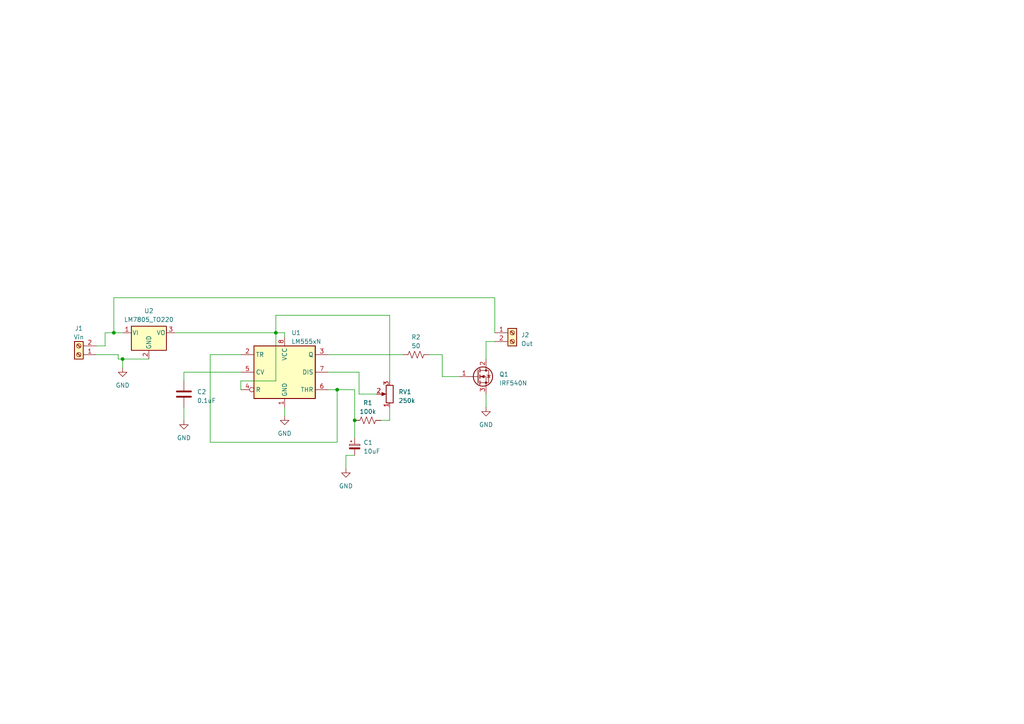
<source format=kicad_sch>
(kicad_sch (version 20230121) (generator eeschema)
  (paper "A4")
  (lib_symbols
    (symbol "Connector:Screw_Terminal_01x02" (pin_names (offset 1.016) hide)
      (property "Reference" "J" (at 0 2.54 0))
      (property "Value" "Screw_Terminal_01x02" (at 0 -5.08 0))
      (symbol "Screw_Terminal_01x02_1_1"
        (rectangle (start -1.27 1.27) (end 1.27 -3.81) (stroke (width 0.254)) (fill (type background)))
        (circle (center 0 -2.54) (radius 0.635) (stroke (width 0.1524)))
        (polyline (pts (xy -0.5334 -2.2098) (xy 0.3302 -3.048)) (stroke (width 0.1524)))
        (polyline (pts (xy -0.5334 0.3302) (xy 0.3302 -0.508)) (stroke (width 0.1524)))
        (polyline (pts (xy -0.3556 -2.032) (xy 0.508 -2.8702)) (stroke (width 0.1524)))
        (polyline (pts (xy -0.3556 0.508) (xy 0.508 -0.3302)) (stroke (width 0.1524)))
        (circle (center 0 0) (radius 0.635) (stroke (width 0.1524)))
        (pin passive line (at -5.08 0 0) (length 3.81) (name "Pin_1") (number "1"))
        (pin passive line (at -5.08 -2.54 0) (length 3.81) (name "Pin_2") (number "2"))
      )
    )
    (symbol "Device:C" (pin_numbers hide) (pin_names (offset 0.254))
      (property "Reference" "C" (at 0.635 2.54 0))
      (property "Value" "C" (at 0.635 -2.54 0))
      (symbol "C_0_1"
        (polyline (pts (xy -2.032 -0.762) (xy 2.032 -0.762)) (stroke (width 0.508)))
        (polyline (pts (xy -2.032 0.762) (xy 2.032 0.762)) (stroke (width 0.508)))
      )
      (symbol "C_1_1"
        (pin passive line (at 0 3.81 270) (length 2.794) (name "~") (number "1"))
        (pin passive line (at 0 -3.81 90) (length 2.794) (name "~") (number "2"))
      )
    )
    (symbol "Device:C_Polarized_Small" (pin_numbers hide) (pin_names (offset 0.254) hide)
      (property "Reference" "C" (at 0.254 1.778 0))
      (property "Value" "C_Polarized_Small" (at 0.254 -2.032 0))
      (symbol "C_Polarized_Small_0_1"
        (rectangle (start -1.524 -0.3048) (end 1.524 -0.6858) (fill (type outline)))
        (rectangle (start -1.524 0.6858) (end 1.524 0.3048))
        (polyline (pts (xy -1.27 1.524) (xy -0.762 1.524)))
        (polyline (pts (xy -1.016 1.27) (xy -1.016 1.778)))
      )
      (symbol "C_Polarized_Small_1_1"
        (pin passive line (at 0 2.54 270) (length 1.8542) (name "~") (number "1"))
        (pin passive line (at 0 -2.54 90) (length 1.8542) (name "~") (number "2"))
      )
    )
    (symbol "Device:R_Potentiometer" (pin_names (offset 1.016) hide)
      (property "Reference" "RV" (at -4.445 0 90))
      (property "Value" "R_Potentiometer" (at -2.54 0 90))
      (symbol "R_Potentiometer_0_1"
        (polyline (pts (xy 2.54 0) (xy 1.524 0)))
        (polyline (pts (xy 1.143 0) (xy 2.286 0.508) (xy 2.286 -0.508) (xy 1.143 0)) (fill (type outline)))
        (rectangle (start 1.016 2.54) (end -1.016 -2.54) (stroke (width 0.254)))
      )
      (symbol "R_Potentiometer_1_1"
        (pin passive line (at 0 3.81 270) (length 1.27) (name "1") (number "1"))
        (pin passive line (at 3.81 0 180) (length 1.27) (name "2") (number "2"))
        (pin passive line (at 0 -3.81 90) (length 1.27) (name "3") (number "3"))
      )
    )
    (symbol "Device:R_US" (pin_numbers hide) (pin_names (offset 0))
      (property "Reference" "R" (at 2.54 0 90))
      (property "Value" "R_US" (at -2.54 0 90))
      (symbol "R_US_0_1"
        (polyline (pts (xy 0 -2.286) (xy 0 -2.54)))
        (polyline (pts (xy 0 2.286) (xy 0 2.54)))
        (polyline (pts (xy 0 -0.762) (xy 1.016 -1.143) (xy 0 -1.524) (xy -1.016 -1.905) (xy 0 -2.286)))
        (polyline (pts (xy 0 0.762) (xy 1.016 0.381) (xy 0 0) (xy -1.016 -0.381) (xy 0 -0.762)))
        (polyline (pts (xy 0 2.286) (xy 1.016 1.905) (xy 0 1.524) (xy -1.016 1.143) (xy 0 0.762)))
      )
      (symbol "R_US_1_1"
        (pin passive line (at 0 3.81 270) (length 1.27) (name "~") (number "1"))
        (pin passive line (at 0 -3.81 90) (length 1.27) (name "~") (number "2"))
      )
    )
    (symbol "Regulator_Linear:LM7805_TO220" (pin_names (offset 0.254))
      (property "Reference" "U" (at -3.81 3.175 0))
      (property "Value" "LM7805_TO220" (at 0 3.175 0))
      (symbol "LM7805_TO220_0_1"
        (rectangle (start -5.08 1.905) (end 5.08 -5.08) (stroke (width 0.254)) (fill (type background)))
      )
      (symbol "LM7805_TO220_1_1"
        (pin power_in line (at -7.62 0 0) (length 2.54) (name "VI") (number "1"))
        (pin power_in line (at 0 -7.62 90) (length 2.54) (name "GND") (number "2"))
        (pin power_out line (at 7.62 0 180) (length 2.54) (name "VO") (number "3"))
      )
    )
    (symbol "Timer:LM555xN"
      (property "Reference" "U" (at -10.16 8.89 0))
      (property "Value" "LM555xN" (at 2.54 8.89 0))
      (symbol "LM555xN_0_0"
        (pin power_in line (at 0 -10.16 90) (length 2.54) (name "GND") (number "1"))
        (pin power_in line (at 0 10.16 270) (length 2.54) (name "VCC") (number "8"))
      )
      (symbol "LM555xN_0_1"
        (rectangle (start -8.89 -7.62) (end 8.89 7.62) (stroke (width 0.254)) (fill (type background)))
        (rectangle (start -8.89 -7.62) (end 8.89 7.62) (stroke (width 0.254)) (fill (type background)))
      )
      (symbol "LM555xN_1_1"
        (pin input line (at -12.7 5.08 0) (length 3.81) (name "TR") (number "2"))
        (pin output line (at 12.7 5.08 180) (length 3.81) (name "Q") (number "3"))
        (pin input inverted (at -12.7 -5.08 0) (length 3.81) (name "R") (number "4"))
        (pin input line (at -12.7 0 0) (length 3.81) (name "CV") (number "5"))
        (pin input line (at 12.7 -5.08 180) (length 3.81) (name "THR") (number "6"))
        (pin input line (at 12.7 0 180) (length 3.81) (name "DIS") (number "7"))
      )
    )
    (symbol "Transistor_FET:IRF540N" (pin_names hide)
      (property "Reference" "Q" (at 6.35 1.905 0))
      (property "Value" "IRF540N" (at 6.35 0 0))
      (symbol "IRF540N_0_1"
        (polyline (pts (xy 0.254 0) (xy -2.54 0)))
        (polyline (pts (xy 0.254 1.905) (xy 0.254 -1.905)) (stroke (width 0.254)))
        (polyline (pts (xy 0.762 -1.27) (xy 0.762 -2.286)) (stroke (width 0.254)))
        (polyline (pts (xy 0.762 0.508) (xy 0.762 -0.508)) (stroke (width 0.254)))
        (polyline (pts (xy 0.762 2.286) (xy 0.762 1.27)) (stroke (width 0.254)))
        (polyline (pts (xy 2.54 2.54) (xy 2.54 1.778)))
        (polyline (pts (xy 2.54 -2.54) (xy 2.54 0) (xy 0.762 0)))
        (polyline (pts (xy 0.762 -1.778) (xy 3.302 -1.778) (xy 3.302 1.778) (xy 0.762 1.778)))
        (polyline (pts (xy 1.016 0) (xy 2.032 0.381) (xy 2.032 -0.381) (xy 1.016 0)) (fill (type outline)))
        (polyline (pts (xy 2.794 0.508) (xy 2.921 0.381) (xy 3.683 0.381) (xy 3.81 0.254)))
        (polyline (pts (xy 3.302 0.381) (xy 2.921 -0.254) (xy 3.683 -0.254) (xy 3.302 0.381)))
        (circle (center 1.651 0) (radius 2.794) (stroke (width 0.254)))
        (circle (center 2.54 -1.778) (radius 0.254) (fill (type outline)))
        (circle (center 2.54 1.778) (radius 0.254) (fill (type outline)))
      )
      (symbol "IRF540N_1_1"
        (pin input line (at -5.08 0 0) (length 2.54) (name "G") (number "1"))
        (pin passive line (at 2.54 5.08 270) (length 2.54) (name "D") (number "2"))
        (pin passive line (at 2.54 -5.08 90) (length 2.54) (name "S") (number "3"))
      )
    )
    (symbol "power:GND" (power) (pin_names (offset 0))
      (property "Value" "GND" (at 0 -3.81 0))
      (symbol "GND_0_1"
        (polyline (pts (xy 0 0) (xy 0 -1.27) (xy 1.27 -1.27) (xy 0 -2.54) (xy -1.27 -1.27) (xy 0 -1.27)))
      )
      (symbol "GND_1_1"
        (pin power_in line (at 0 0 270) (length 0) hide (name "GND") (number "1"))
      )
    )
  )
  (junction (at 97.79 113.03))
  (junction (at 35.56 104.14))
  (junction (at 102.87 121.92))
  (junction (at 33.02 96.52))
  (junction (at 80.01 96.52))
  (wire (pts (xy 113.03 110.49) (xy 113.03 91.44)))
  (wire (pts (xy 97.79 113.03) (xy 97.79 128.27)))
  (wire (pts (xy 140.97 104.14) (xy 140.97 99.06)))
  (wire (pts (xy 35.56 104.14) (xy 35.56 106.68)))
  (wire (pts (xy 50.8 96.52) (xy 80.01 96.52)))
  (wire (pts (xy 80.01 91.44) (xy 80.01 96.52)))
  (wire (pts (xy 124.46 102.87) (xy 128.27 102.87)))
  (wire (pts (xy 128.27 109.22) (xy 133.35 109.22)))
  (wire (pts (xy 102.87 121.92) (xy 102.87 113.03)))
  (wire (pts (xy 80.01 110.49) (xy 80.01 96.52)))
  (wire (pts (xy 140.97 99.06) (xy 143.51 99.06)))
  (wire (pts (xy 82.55 118.11) (xy 82.55 120.65)))
  (wire (pts (xy 82.55 96.52) (xy 82.55 97.79)))
  (wire (pts (xy 60.96 102.87) (xy 69.85 102.87)))
  (wire (pts (xy 69.85 110.49) (xy 80.01 110.49)))
  (wire (pts (xy 100.33 135.89) (xy 100.33 132.08)))
  (wire (pts (xy 104.14 114.3) (xy 109.22 114.3)))
  (wire (pts (xy 60.96 128.27) (xy 97.79 128.27)))
  (wire (pts (xy 140.97 114.3) (xy 140.97 118.11)))
  (wire (pts (xy 102.87 127) (xy 102.87 121.92)))
  (wire (pts (xy 27.94 100.33) (xy 30.48 100.33)))
  (wire (pts (xy 34.29 104.14) (xy 35.56 104.14)))
  (wire (pts (xy 53.34 118.11) (xy 53.34 121.92)))
  (wire (pts (xy 35.56 104.14) (xy 43.18 104.14)))
  (wire (pts (xy 33.02 96.52) (xy 35.56 96.52)))
  (wire (pts (xy 60.96 102.87) (xy 60.96 128.27)))
  (wire (pts (xy 33.02 86.36) (xy 33.02 96.52)))
  (wire (pts (xy 34.29 102.87) (xy 34.29 104.14)))
  (wire (pts (xy 113.03 121.92) (xy 113.03 118.11)))
  (wire (pts (xy 143.51 96.52) (xy 143.51 86.36)))
  (wire (pts (xy 100.33 132.08) (xy 102.87 132.08)))
  (wire (pts (xy 30.48 96.52) (xy 33.02 96.52)))
  (wire (pts (xy 53.34 110.49) (xy 53.34 107.95)))
  (wire (pts (xy 95.25 107.95) (xy 104.14 107.95)))
  (wire (pts (xy 30.48 100.33) (xy 30.48 96.52)))
  (wire (pts (xy 80.01 96.52) (xy 82.55 96.52)))
  (wire (pts (xy 69.85 113.03) (xy 69.85 110.49)))
  (wire (pts (xy 104.14 107.95) (xy 104.14 114.3)))
  (wire (pts (xy 53.34 107.95) (xy 69.85 107.95)))
  (wire (pts (xy 102.87 113.03) (xy 97.79 113.03)))
  (wire (pts (xy 113.03 91.44) (xy 80.01 91.44)))
  (wire (pts (xy 128.27 102.87) (xy 128.27 109.22)))
  (wire (pts (xy 110.49 121.92) (xy 113.03 121.92)))
  (wire (pts (xy 143.51 86.36) (xy 33.02 86.36)))
  (wire (pts (xy 95.25 102.87) (xy 116.84 102.87)))
  (wire (pts (xy 27.94 102.87) (xy 34.29 102.87)))
  (wire (pts (xy 97.79 113.03) (xy 95.25 113.03)))
  (symbol (lib_id "Device:C") (at 53.34 114.3 0) (unit 1)
    (property "Reference" "C2" (at 57.15 113.665 0) (effects (justify left)))
    (property "Value" "0.1uF" (at 57.15 116.205 0) (effects (justify left)))
    (property "Footprint" "Capacitor_THT:C_Disc_D3.0mm_W2.0mm_P2.50mm" (effects hide))
  )
  (symbol (lib_id "Transistor_FET:IRF540N") (at 138.43 109.22 0) (unit 1)
    (property "Reference" "Q1" (at 144.78 108.585 0) (effects (justify left)))
    (property "Value" "IRF540N" (at 144.78 111.125 0) (effects (justify left)))
    (property "Footprint" "Package_TO_SOT_THT:TO-220-3_Vertical" (effects hide))
    (property "Datasheet" "http://www.irf.com/product-info/datasheets/data/irf540n.pdf" (effects hide))
  )
  (symbol (lib_id "power:GND") (at 140.97 118.11 0) (unit 1)
    (property "Reference" "#PWR04" (effects hide))
    (property "Value" "GND" (at 140.97 123.19 0))
  )
  (symbol (lib_id "Timer:LM555xN") (at 82.55 107.95 0) (unit 1)
    (property "Reference" "U1" (at 84.5059 96.52 0) (effects (justify left)))
    (property "Value" "LM555xN" (at 84.5059 99.06 0) (effects (justify left)))
    (property "Footprint" "Package_DIP:DIP-8_W7.62mm" (effects hide))
    (property "Datasheet" "http://www.ti.com/lit/ds/symlink/lm555.pdf" (effects hide))
  )
  (symbol (lib_id "Regulator_Linear:LM7805_TO220") (at 43.18 96.52 0) (unit 1)
    (property "Reference" "U2" (at 43.18 90.17 0))
    (property "Value" "LM7805_TO220" (at 43.18 92.71 0))
    (property "Footprint" "Package_TO_SOT_THT:TO-220-3_Vertical" (effects hide))
    (property "Datasheet" "https://www.onsemi.cn/PowerSolutions/document/MC7800-D.PDF" (effects hide))
  )
  (symbol (lib_id "power:GND") (at 100.33 135.89 0) (unit 1)
    (property "Reference" "#PWR03" (effects hide))
    (property "Value" "GND" (at 100.33 140.97 0))
  )
  (symbol (lib_id "Connector:Screw_Terminal_01x02") (at 22.86 102.87 180) (unit 1)
    (property "Reference" "J1" (at 22.86 95.25 0))
    (property "Value" "Vin" (at 22.86 97.79 0))
    (property "Footprint" "TerminalBlock_Phoenix:TerminalBlock_Phoenix_MKDS-1,5-2-5.08_1x02_P5.08mm_Horizontal" (effects hide))
  )
  (symbol (lib_id "Connector:Screw_Terminal_01x02") (at 148.59 96.52 0) (unit 1)
    (property "Reference" "J2" (at 151.13 97.155 0) (effects (justify left)))
    (property "Value" "Out" (at 151.13 99.695 0) (effects (justify left)))
    (property "Footprint" "TerminalBlock_Phoenix:TerminalBlock_Phoenix_MKDS-1,5-2-5.08_1x02_P5.08mm_Horizontal" (effects hide))
  )
  (symbol (lib_id "Device:R_US") (at 106.68 121.92 90) (unit 1)
    (property "Reference" "R1" (at 106.68 116.84 90))
    (property "Value" "100k" (at 106.68 119.38 90))
    (property "Footprint" "Resistor_THT:R_Axial_DIN0204_L3.6mm_D1.6mm_P5.08mm_Horizontal" (effects hide))
  )
  (symbol (lib_id "power:GND") (at 82.55 120.65 0) (unit 1)
    (property "Reference" "#PWR02" (effects hide))
    (property "Value" "GND" (at 82.55 125.73 0))
  )
  (symbol (lib_id "Device:R_US") (at 120.65 102.87 90) (unit 1)
    (property "Reference" "R2" (at 120.65 97.79 90))
    (property "Value" "50" (at 120.65 100.33 90))
    (property "Footprint" "Resistor_THT:R_Axial_DIN0204_L3.6mm_D1.6mm_P5.08mm_Horizontal" (effects hide))
  )
  (symbol (lib_id "power:GND") (at 53.34 121.92 0) (unit 1)
    (property "Reference" "#PWR05" (effects hide))
    (property "Value" "GND" (at 53.34 127 0))
  )
  (symbol (lib_id "Device:R_Potentiometer") (at 113.03 114.3 180) (unit 1)
    (property "Reference" "RV1" (at 115.57 113.665 0) (effects (justify right)))
    (property "Value" "250k" (at 115.57 116.205 0) (effects (justify right)))
    (property "Footprint" "Potentiometer_THT:Potentiometer_ACP_CA9-H5_Horizontal" (effects hide))
  )
  (symbol (lib_id "Device:C_Polarized_Small") (at 102.87 129.54 0) (unit 1)
    (property "Reference" "C1" (at 105.41 128.3589 0) (effects (justify left)))
    (property "Value" "10uF" (at 105.41 130.8989 0) (effects (justify left)))
    (property "Footprint" "Capacitor_THT:CP_Radial_D5.0mm_P2.00mm" (effects hide))
  )
  (symbol (lib_id "power:GND") (at 35.56 106.68 0) (unit 1)
    (property "Reference" "#PWR01" (effects hide))
    (property "Value" "GND" (at 35.56 111.76 0))
  )
)
</source>
